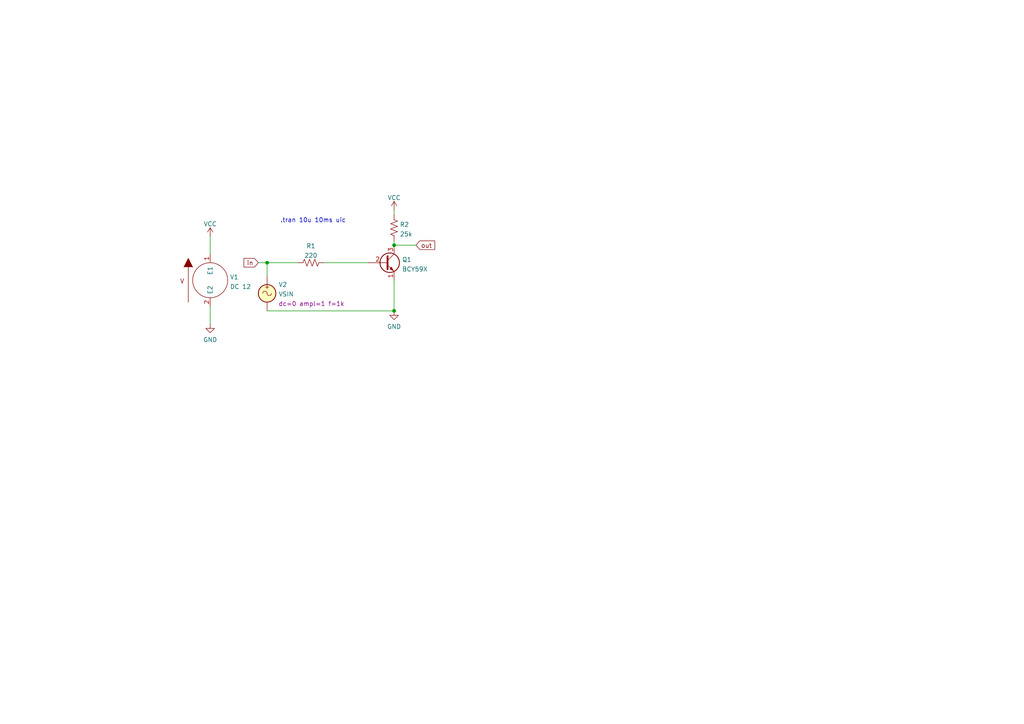
<source format=kicad_sch>
(kicad_sch (version 20211123) (generator eeschema)
  (paper "A4")
  (lib_symbols
    (symbol "Device:R_US" (pin_numbers hide) (pin_names (offset 0))
      (property "Reference" "R" (at 2.54 0 90))
      (property "Value" "R_US" (at -2.54 0 90))
      (symbol "R_US_0_1"
        (polyline (pts (xy 0 -2.286) (xy 0 -2.54)))
        (polyline (pts (xy 0 2.286) (xy 0 2.54)))
        (polyline (pts (xy 0 -0.762) (xy 1.016 -1.143) (xy 0 -1.524) (xy -1.016 -1.905) (xy 0 -2.286)))
        (polyline (pts (xy 0 0.762) (xy 1.016 0.381) (xy 0 0) (xy -1.016 -0.381) (xy 0 -0.762)))
        (polyline (pts (xy 0 2.286) (xy 1.016 1.905) (xy 0 1.524) (xy -1.016 1.143) (xy 0 0.762)))
      )
      (symbol "R_US_1_1"
        (pin passive line (at 0 3.81 270) (length 1.27) (name "~") (number "1"))
        (pin passive line (at 0 -3.81 90) (length 1.27) (name "~") (number "2"))
      )
    )
    (symbol "Simulation_SPICE:VSIN" (pin_numbers hide) (pin_names (offset 0.0254))
      (property "Reference" "V" (at 2.54 2.54 0))
      (property "Value" "VSIN" (at 2.54 0 0))
      (property "Spice_Model" "sin(0 1 1k)" (at 2.54 -2.54 0))
      (symbol "VSIN_0_0"
        (arc (start 0 0) (mid -0.635 0.635) (end -1.27 0))
        (arc (start 0 0) (mid 0.635 -0.635) (end 1.27 0))
        (text "+" (at 0 1.905 0) (effects (font (size 1.27 1.27))))
      )
      (symbol "VSIN_0_1"
        (circle (center 0 0) (radius 2.54) (stroke (width 0.254)) (fill (type background)))
      )
      (symbol "VSIN_1_1"
        (pin passive line (at 0 5.08 270) (length 2.54) (name "~") (number "1"))
        (pin passive line (at 0 -5.08 90) (length 2.54) (name "~") (number "2"))
      )
    )
    (symbol "mylib:BCY59X"
      (property "Reference" "Q" (at 5.08 2.54 0))
      (property "Value" "BCY59X" (at -3.81 -3.81 0))
      (symbol "BCY59X_1_1"
        (polyline (pts (xy 0.635 0.635) (xy 2.54 2.54)))
        (polyline (pts (xy 0.635 -0.635) (xy 2.54 -2.54) (xy 2.54 -2.54)))
        (polyline (pts (xy 0.635 1.905) (xy 0.635 -1.905) (xy 0.635 -1.905)) (stroke (width 0.508)))
        (polyline (pts (xy 1.27 -1.778) (xy 1.778 -1.27) (xy 2.286 -2.286) (xy 1.27 -1.778) (xy 1.27 -1.778)) (fill (type outline)))
        (circle (center 1.27 0) (radius 2.8194) (stroke (width 0.254)))
        (pin passive line (at 2.54 -5.08 90) (length 2.54) (name "~") (number "1"))
        (pin passive line (at -5.08 0 0) (length 5.715) (name "~") (number "2"))
        (pin passive line (at 2.54 5.08 270) (length 2.54) (name "~") (number "3"))
      )
    )
    (symbol "power:GND" (power) (pin_names (offset 0))
      (property "Value" "GND" (at 0 -3.81 0))
      (symbol "GND_0_1"
        (polyline (pts (xy 0 0) (xy 0 -1.27) (xy 1.27 -1.27) (xy 0 -2.54) (xy -1.27 -1.27) (xy 0 -1.27)))
      )
      (symbol "GND_1_1"
        (pin power_in line (at 0 0 270) (length 0) hide (name "GND") (number "1"))
      )
    )
    (symbol "power:VCC" (power) (pin_names (offset 0))
      (property "Value" "VCC" (at 0 3.81 0))
      (symbol "VCC_0_1"
        (polyline (pts (xy -0.762 1.27) (xy 0 2.54)))
        (polyline (pts (xy 0 0) (xy 0 2.54)))
        (polyline (pts (xy 0 2.54) (xy 0.762 1.27)))
      )
      (symbol "VCC_1_1"
        (pin power_in line (at 0 0 90) (length 0) hide (name "VCC") (number "1"))
      )
    )
    (symbol "pspice:VSOURCE" (pin_names (offset 1.016))
      (property "Reference" "V" (at -6.35 7.62 0))
      (property "Value" "VSOURCE" (at 0 0 0))
      (symbol "VSOURCE_0_1"
        (polyline (pts (xy -6.35 -6.35) (xy -6.35 3.81)) (fill (type outline)))
        (polyline (pts (xy -7.62 3.81) (xy -6.35 6.35) (xy -5.08 3.81)) (fill (type outline)))
        (circle (center 0 0) (radius 5.08))
        (text "V" (at -8.128 -0.254 0) (effects (font (size 1.27 1.27))))
      )
      (symbol "VSOURCE_1_1"
        (pin input line (at 0 7.62 270) (length 2.54) (name "E1") (number "1"))
        (pin input line (at 0 -7.62 90) (length 2.54) (name "E2") (number "2"))
      )
    )
  )
  (junction (at 114.3 71.12))
  (junction (at 77.47 76.2))
  (junction (at 114.3 90.17))
  (wire (pts (xy 114.3 71.12) (xy 120.65 71.12)))
  (wire (pts (xy 114.3 81.28) (xy 114.3 90.17)))
  (wire (pts (xy 114.3 69.85) (xy 114.3 71.12)))
  (wire (pts (xy 86.36 76.2) (xy 77.47 76.2)))
  (wire (pts (xy 93.98 76.2) (xy 106.68 76.2)))
  (wire (pts (xy 60.96 68.58) (xy 60.96 73.66)))
  (wire (pts (xy 77.47 90.17) (xy 114.3 90.17)))
  (wire (pts (xy 114.3 60.96) (xy 114.3 62.23)))
  (wire (pts (xy 77.47 76.2) (xy 77.47 80.01)))
  (wire (pts (xy 74.93 76.2) (xy 77.47 76.2)))
  (wire (pts (xy 60.96 88.9) (xy 60.96 93.98)))
  (text ".tran 10u 10ms uic" (at 81.28 64.77 0) (effects (font (size 1.27 1.27)) (justify left bottom)))
  (global_label "out" (shape input) (at 120.65 71.12 0) (property "Intersheet References" "${INTERSHEET_REFS}" (effects hide)))
  (global_label "in" (shape input) (at 74.93 76.2 180) (property "Intersheet References" "${INTERSHEET_REFS}" (effects hide)))
  (symbol (lib_id "pspice:VSOURCE") (at 60.96 81.28 0) (unit 1)
    (property "Reference" "V1" (at 66.675 80.3715 0) (effects (justify left)))
    (property "Value" "DC 12" (at 66.675 83.1466 0) (effects (justify left)))
  )
  (symbol (lib_id "Device:R_US") (at 90.17 76.2 90) (unit 1)
    (property "Reference" "R1" (at 90.17 71.3445 90))
    (property "Value" "220" (at 90.17 74.1196 90))
  )
  (symbol (lib_id "Simulation_SPICE:VSIN") (at 77.47 85.09 0) (unit 1)
    (property "Reference" "V2" (at 80.772 82.5446 0) (effects (justify left)))
    (property "Value" "VSIN" (at 80.772 85.3197 0) (effects (justify left)))
    (property "Spice_Netlist_Enabled" "Y" (effects hide))
    (property "Spice_Primitive" "V" (effects hide))
    (property "Spice_Model" "sin(0 1 1k)" (at 80.772 88.0948 0) (effects (justify left)))
  )
  (symbol (lib_id "Device:R_US") (at 114.3 66.04 0) (unit 1)
    (property "Reference" "R2" (at 115.951 65.1315 0) (effects (justify left)))
    (property "Value" "25k" (at 115.951 67.9066 0) (effects (justify left)))
  )
  (symbol (lib_id "power:VCC") (at 60.96 68.58 0) (unit 1)
    (property "Reference" "#PWR?" (effects hide))
    (property "Value" "VCC" (at 60.96 64.9755 0))
  )
  (symbol (lib_id "power:VCC") (at 114.3 60.96 0) (unit 1)
    (property "Reference" "#PWR01" (effects hide))
    (property "Value" "VCC" (at 114.3 57.3555 0))
  )
  (symbol (lib_id "mylib:BCY59X") (at 111.76 76.2 0) (unit 1)
    (property "Reference" "Q1" (at 116.6114 75.2915 0) (effects (justify left)))
    (property "Value" "BCY59X" (at 116.6114 78.0666 0) (effects (justify left)))
    (property "Spice_Primitive" "Q" (effects hide))
    (property "Spice_Model" "BCY59X" (effects hide))
    (property "Spice_Netlist_Enabled" "Y" (effects hide))
    (property "Spice_Lib_File" "E:\\models_ugr\\modelos_subckt\\spice_complete\\BJTN.LIB" (effects hide))
  )
  (symbol (lib_id "power:GND") (at 60.96 93.98 0) (unit 1)
    (property "Reference" "#PWR?" (effects hide))
    (property "Value" "GND" (at 60.96 98.5425 0))
  )
  (symbol (lib_id "power:GND") (at 114.3 90.17 0) (unit 1)
    (property "Reference" "#PWR02" (effects hide))
    (property "Value" "GND" (at 114.3 94.7325 0))
  )
)
</source>
